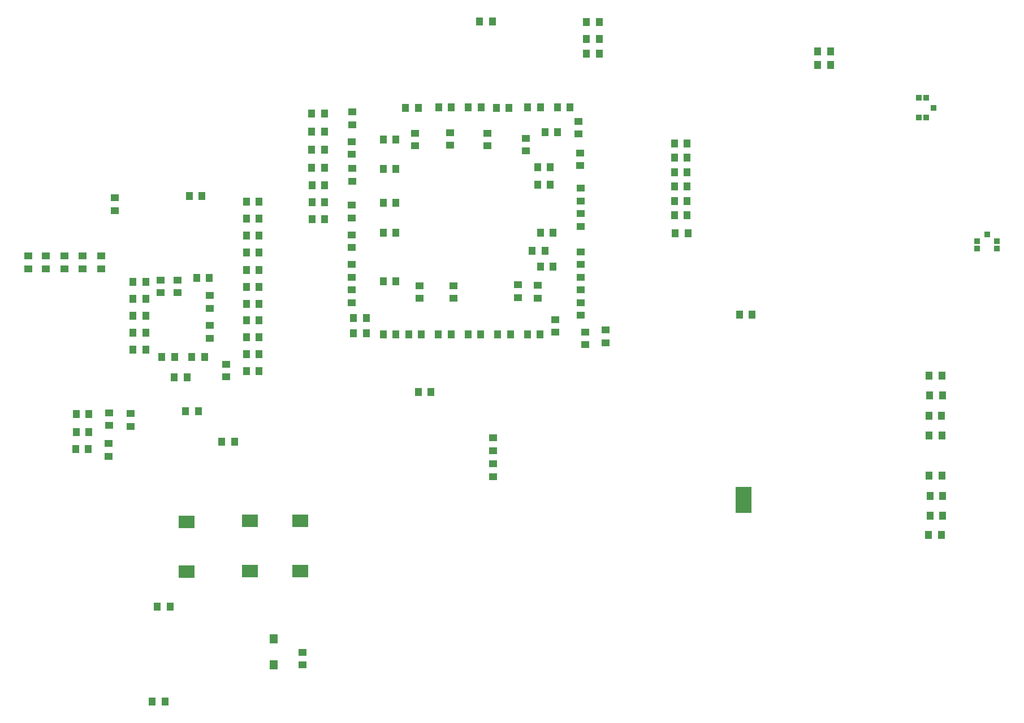
<source format=gbr>
G04 Generated by CircuitCAM Version 5.2*
%FSLAX24Y24*%
%MOMM*%
%ADD26R,1.068578X1.218692*%
%ADD30R,2.343658X3.903726*%
%ADD33R,1.218692X1.068578*%
%ADD34R,2.343658X1.968754*%
%ADD35R,1.219200X1.428750*%
%ADD36R,0.899922X0.824992*%
%ADD37R,0.824992X0.899922*%
%LNSolderPasteTop*%
%LPD*%
G54D26*
X1673070Y647347D03*
X1654071Y647347D03*
X1673070Y737347D03*
X1654071Y737347D03*
X1090790Y900925D03*
X1071791Y900925D03*
X394790Y627027D03*
X375790Y627027D03*
X1027041Y799325D03*
X1008040Y799325D03*
X1291681Y1042337D03*
X1272680Y1042337D03*
X1291681Y977567D03*
X1272680Y977567D03*
X509560Y248587D03*
X490560Y248587D03*
X749082Y972124D03*
X730082Y972124D03*
X749082Y997524D03*
X730082Y997524D03*
X650791Y998027D03*
X631789Y998027D03*
X907791Y713026D03*
X888789Y713026D03*
X650791Y744027D03*
X631789Y744027D03*
X1090790Y951725D03*
X1071791Y951725D03*
X524091Y765477D03*
X505089Y765477D03*
X395790Y680027D03*
X376791Y680027D03*
X999780Y1268397D03*
X980780Y1268397D03*
X1078520Y924837D03*
X1059520Y924837D03*
X1291681Y1020747D03*
X1272680Y1020747D03*
X480789Y877626D03*
X461790Y877626D03*
X395790Y653026D03*
X376791Y653026D03*
X811141Y800595D03*
X792140Y800595D03*
X1291681Y999157D03*
X1272680Y999157D03*
X565241Y1006777D03*
X546240Y1006777D03*
X749082Y1022416D03*
X730082Y1022416D03*
X1086648Y1050059D03*
X1067648Y1050059D03*
X559791Y684027D03*
X540791Y684027D03*
X836590Y799325D03*
X855591Y799325D03*
X893691Y799325D03*
X874690Y799325D03*
X982591Y799325D03*
X963590Y799325D03*
X1086648Y1023389D03*
X1067648Y1023389D03*
X1052767Y1139721D03*
X1071766Y1139721D03*
X1140800Y1241727D03*
X1159800Y1241727D03*
X869887Y1138451D03*
X888886Y1138451D03*
X1097824Y1102129D03*
X1078824Y1102129D03*
X594700Y638477D03*
X613700Y638477D03*
X523580Y734997D03*
X542580Y734997D03*
X1655069Y527347D03*
X1674071Y527347D03*
X631789Y972627D03*
X650791Y972627D03*
X836590Y1046975D03*
X855591Y1046975D03*
X836590Y996175D03*
X855591Y996175D03*
X836590Y951725D03*
X855591Y951725D03*
X1653680Y677207D03*
X1672681Y677207D03*
X1655069Y557347D03*
X1674071Y557347D03*
X1654071Y587347D03*
X1673070Y587347D03*
X1653070Y498345D03*
X1672069Y498345D03*
X631789Y895825D03*
X650791Y895825D03*
X631789Y870425D03*
X650791Y870425D03*
X836590Y1091425D03*
X855591Y1091425D03*
X461790Y776026D03*
X480789Y776026D03*
X1159800Y1267127D03*
X1140800Y1267127D03*
X631789Y769427D03*
X650791Y769427D03*
X1272680Y1085517D03*
X1291681Y1085517D03*
X631789Y921827D03*
X650791Y921827D03*
X557040Y883976D03*
X576039Y883976D03*
X631789Y947227D03*
X650791Y947227D03*
X631789Y820026D03*
X650791Y820026D03*
X1292791Y951027D03*
X1273790Y951027D03*
X550090Y765477D03*
X569090Y765477D03*
X748574Y1130620D03*
X729574Y1130620D03*
X748320Y1103442D03*
X729320Y1103442D03*
X748574Y1076264D03*
X729574Y1076264D03*
X748574Y1048832D03*
X729574Y1048832D03*
X1024776Y1138451D03*
X1005777Y1138451D03*
X631789Y845025D03*
X650791Y845025D03*
X631789Y794827D03*
X650791Y794827D03*
X1116216Y1139721D03*
X1097217Y1139721D03*
X938416Y1139721D03*
X919416Y1139721D03*
X1506111Y1223297D03*
X1487109Y1223297D03*
X1159800Y1220137D03*
X1140800Y1220137D03*
X982866Y1139721D03*
X963866Y1139721D03*
X461790Y852226D03*
X480789Y852226D03*
X1506111Y1202977D03*
X1487109Y1202977D03*
X919140Y799325D03*
X938141Y799325D03*
X1654950Y707687D03*
X1673951Y707687D03*
X1052490Y799325D03*
X1071491Y799325D03*
X461790Y826826D03*
X480789Y826826D03*
X836508Y879117D03*
X855508Y879117D03*
X461790Y801426D03*
X480789Y801426D03*
X1291681Y1063927D03*
X1272680Y1063927D03*
X1369789Y829226D03*
X1388791Y829226D03*
X792140Y823455D03*
X811141Y823455D03*
X517180Y390827D03*
X498180Y390827D03*
G54D30*
X1375791Y551226D03*
G54D33*
X788939Y846976D03*
X788939Y865975D03*
X1169350Y805561D03*
X1169350Y786559D03*
X414289Y916526D03*
X414289Y897527D03*
X715759Y303855D03*
X715759Y322857D03*
X1139378Y802767D03*
X1139378Y783765D03*
X1131583Y1052225D03*
X1131583Y1071227D03*
X601660Y754657D03*
X601660Y735655D03*
X1128456Y1118743D03*
X1128456Y1099741D03*
X788939Y929526D03*
X788939Y948525D03*
X890539Y853326D03*
X890539Y872325D03*
X790209Y1113676D03*
X790209Y1132675D03*
X1001390Y624977D03*
X1001390Y643976D03*
X941339Y853326D03*
X941339Y872325D03*
X425290Y616527D03*
X425290Y635526D03*
X788939Y973976D03*
X788939Y992975D03*
X503039Y880775D03*
X503039Y861776D03*
X788939Y904075D03*
X788939Y885076D03*
X1068004Y853615D03*
X1068004Y872617D03*
X1131839Y827926D03*
X1131839Y846925D03*
X1131839Y999376D03*
X1131839Y1018375D03*
X788939Y1088225D03*
X788939Y1069226D03*
X1131839Y885025D03*
X1131839Y866026D03*
X426291Y681525D03*
X426291Y662526D03*
X434289Y1003925D03*
X434289Y984926D03*
X458290Y680527D03*
X458290Y661525D03*
X577091Y838477D03*
X577091Y857476D03*
X992139Y1100925D03*
X992139Y1081926D03*
X1131839Y980275D03*
X1131839Y961276D03*
X1038032Y854377D03*
X1038032Y873379D03*
X305290Y916526D03*
X305290Y897527D03*
X936290Y1101527D03*
X936290Y1082525D03*
X790390Y1028776D03*
X790390Y1047775D03*
X1049716Y1074341D03*
X1049716Y1093343D03*
X1131839Y904126D03*
X1131839Y923125D03*
X331290Y916526D03*
X331290Y897527D03*
X577091Y793476D03*
X577091Y812475D03*
X1093739Y802526D03*
X1093739Y821525D03*
X528439Y880775D03*
X528439Y861776D03*
X884189Y1100925D03*
X884189Y1081926D03*
X359291Y916526D03*
X359291Y897527D03*
X386291Y916526D03*
X386291Y897527D03*
X1001390Y604977D03*
X1001390Y585975D03*
G54D34*
X541716Y518241D03*
X541716Y443243D03*
X711896Y444513D03*
X711896Y519511D03*
X636966Y444513D03*
X636966Y519511D03*
G54D35*
X672579Y304015D03*
X672579Y343017D03*
G54D36*
X1660581Y1138857D03*
X1755341Y927580D03*
X1755341Y938680D03*
X1725841Y927580D03*
X1725841Y938680D03*
G54D37*
X1638795Y1124166D03*
X1649895Y1124166D03*
X1638795Y1153665D03*
X1649895Y1153665D03*
X1740649Y949366D03*
M02*

</source>
